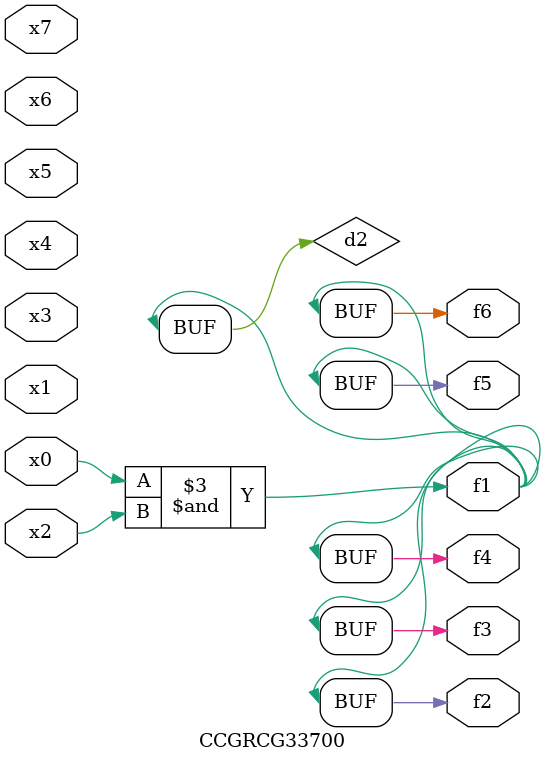
<source format=v>
module CCGRCG33700(
	input x0, x1, x2, x3, x4, x5, x6, x7,
	output f1, f2, f3, f4, f5, f6
);

	wire d1, d2;

	nor (d1, x3, x6);
	and (d2, x0, x2);
	assign f1 = d2;
	assign f2 = d2;
	assign f3 = d2;
	assign f4 = d2;
	assign f5 = d2;
	assign f6 = d2;
endmodule

</source>
